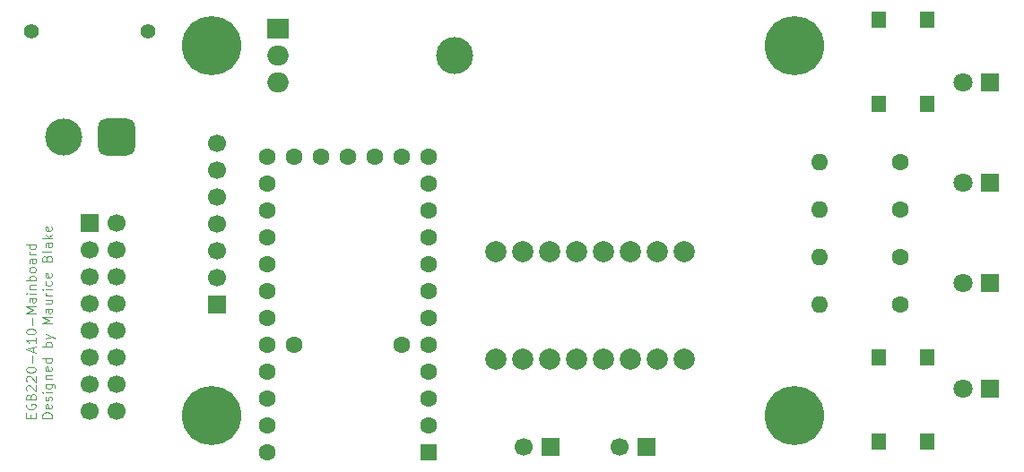
<source format=gbr>
%TF.GenerationSoftware,KiCad,Pcbnew,9.0.1*%
%TF.CreationDate,2025-05-04T20:34:49+10:00*%
%TF.ProjectId,line-follower-mainboard,6c696e65-2d66-46f6-9c6c-6f7765722d6d,rev?*%
%TF.SameCoordinates,Original*%
%TF.FileFunction,Soldermask,Top*%
%TF.FilePolarity,Negative*%
%FSLAX46Y46*%
G04 Gerber Fmt 4.6, Leading zero omitted, Abs format (unit mm)*
G04 Created by KiCad (PCBNEW 9.0.1) date 2025-05-04 20:34:49*
%MOMM*%
%LPD*%
G01*
G04 APERTURE LIST*
G04 Aperture macros list*
%AMRoundRect*
0 Rectangle with rounded corners*
0 $1 Rounding radius*
0 $2 $3 $4 $5 $6 $7 $8 $9 X,Y pos of 4 corners*
0 Add a 4 corners polygon primitive as box body*
4,1,4,$2,$3,$4,$5,$6,$7,$8,$9,$2,$3,0*
0 Add four circle primitives for the rounded corners*
1,1,$1+$1,$2,$3*
1,1,$1+$1,$4,$5*
1,1,$1+$1,$6,$7*
1,1,$1+$1,$8,$9*
0 Add four rect primitives between the rounded corners*
20,1,$1+$1,$2,$3,$4,$5,0*
20,1,$1+$1,$4,$5,$6,$7,0*
20,1,$1+$1,$6,$7,$8,$9,0*
20,1,$1+$1,$8,$9,$2,$3,0*%
G04 Aperture macros list end*
%ADD10C,0.112500*%
%ADD11R,1.600000X1.600000*%
%ADD12C,1.600000*%
%ADD13R,1.400048X1.549908*%
%ADD14R,1.800000X1.800000*%
%ADD15C,1.800000*%
%ADD16C,2.000000*%
%ADD17C,3.600000*%
%ADD18C,5.600000*%
%ADD19R,1.700000X1.700000*%
%ADD20C,1.700000*%
%ADD21O,1.600000X1.600000*%
%ADD22C,1.400000*%
%ADD23RoundRect,0.770000X-0.980000X-0.980000X0.980000X-0.980000X0.980000X0.980000X-0.980000X0.980000X0*%
%ADD24C,3.500000*%
%ADD25R,2.000000X1.905000*%
%ADD26O,2.000000X1.905000*%
G04 APERTURE END LIST*
D10*
X93884007Y-89711701D02*
X92984007Y-89711701D01*
X92984007Y-89711701D02*
X92984007Y-89497415D01*
X92984007Y-89497415D02*
X93026864Y-89368844D01*
X93026864Y-89368844D02*
X93112578Y-89283129D01*
X93112578Y-89283129D02*
X93198292Y-89240272D01*
X93198292Y-89240272D02*
X93369721Y-89197415D01*
X93369721Y-89197415D02*
X93498292Y-89197415D01*
X93498292Y-89197415D02*
X93669721Y-89240272D01*
X93669721Y-89240272D02*
X93755435Y-89283129D01*
X93755435Y-89283129D02*
X93841150Y-89368844D01*
X93841150Y-89368844D02*
X93884007Y-89497415D01*
X93884007Y-89497415D02*
X93884007Y-89711701D01*
X93841150Y-88468844D02*
X93884007Y-88554558D01*
X93884007Y-88554558D02*
X93884007Y-88725987D01*
X93884007Y-88725987D02*
X93841150Y-88811701D01*
X93841150Y-88811701D02*
X93755435Y-88854558D01*
X93755435Y-88854558D02*
X93412578Y-88854558D01*
X93412578Y-88854558D02*
X93326864Y-88811701D01*
X93326864Y-88811701D02*
X93284007Y-88725987D01*
X93284007Y-88725987D02*
X93284007Y-88554558D01*
X93284007Y-88554558D02*
X93326864Y-88468844D01*
X93326864Y-88468844D02*
X93412578Y-88425987D01*
X93412578Y-88425987D02*
X93498292Y-88425987D01*
X93498292Y-88425987D02*
X93584007Y-88854558D01*
X93841150Y-88083129D02*
X93884007Y-87997415D01*
X93884007Y-87997415D02*
X93884007Y-87825986D01*
X93884007Y-87825986D02*
X93841150Y-87740272D01*
X93841150Y-87740272D02*
X93755435Y-87697415D01*
X93755435Y-87697415D02*
X93712578Y-87697415D01*
X93712578Y-87697415D02*
X93626864Y-87740272D01*
X93626864Y-87740272D02*
X93584007Y-87825986D01*
X93584007Y-87825986D02*
X93584007Y-87954558D01*
X93584007Y-87954558D02*
X93541150Y-88040272D01*
X93541150Y-88040272D02*
X93455435Y-88083129D01*
X93455435Y-88083129D02*
X93412578Y-88083129D01*
X93412578Y-88083129D02*
X93326864Y-88040272D01*
X93326864Y-88040272D02*
X93284007Y-87954558D01*
X93284007Y-87954558D02*
X93284007Y-87825986D01*
X93284007Y-87825986D02*
X93326864Y-87740272D01*
X93884007Y-87311701D02*
X93284007Y-87311701D01*
X92984007Y-87311701D02*
X93026864Y-87354558D01*
X93026864Y-87354558D02*
X93069721Y-87311701D01*
X93069721Y-87311701D02*
X93026864Y-87268844D01*
X93026864Y-87268844D02*
X92984007Y-87311701D01*
X92984007Y-87311701D02*
X93069721Y-87311701D01*
X93284007Y-86497416D02*
X94012578Y-86497416D01*
X94012578Y-86497416D02*
X94098292Y-86540273D01*
X94098292Y-86540273D02*
X94141150Y-86583130D01*
X94141150Y-86583130D02*
X94184007Y-86668844D01*
X94184007Y-86668844D02*
X94184007Y-86797416D01*
X94184007Y-86797416D02*
X94141150Y-86883130D01*
X93841150Y-86497416D02*
X93884007Y-86583130D01*
X93884007Y-86583130D02*
X93884007Y-86754558D01*
X93884007Y-86754558D02*
X93841150Y-86840273D01*
X93841150Y-86840273D02*
X93798292Y-86883130D01*
X93798292Y-86883130D02*
X93712578Y-86925987D01*
X93712578Y-86925987D02*
X93455435Y-86925987D01*
X93455435Y-86925987D02*
X93369721Y-86883130D01*
X93369721Y-86883130D02*
X93326864Y-86840273D01*
X93326864Y-86840273D02*
X93284007Y-86754558D01*
X93284007Y-86754558D02*
X93284007Y-86583130D01*
X93284007Y-86583130D02*
X93326864Y-86497416D01*
X93284007Y-86068844D02*
X93884007Y-86068844D01*
X93369721Y-86068844D02*
X93326864Y-86025987D01*
X93326864Y-86025987D02*
X93284007Y-85940272D01*
X93284007Y-85940272D02*
X93284007Y-85811701D01*
X93284007Y-85811701D02*
X93326864Y-85725987D01*
X93326864Y-85725987D02*
X93412578Y-85683130D01*
X93412578Y-85683130D02*
X93884007Y-85683130D01*
X93841150Y-84911701D02*
X93884007Y-84997415D01*
X93884007Y-84997415D02*
X93884007Y-85168844D01*
X93884007Y-85168844D02*
X93841150Y-85254558D01*
X93841150Y-85254558D02*
X93755435Y-85297415D01*
X93755435Y-85297415D02*
X93412578Y-85297415D01*
X93412578Y-85297415D02*
X93326864Y-85254558D01*
X93326864Y-85254558D02*
X93284007Y-85168844D01*
X93284007Y-85168844D02*
X93284007Y-84997415D01*
X93284007Y-84997415D02*
X93326864Y-84911701D01*
X93326864Y-84911701D02*
X93412578Y-84868844D01*
X93412578Y-84868844D02*
X93498292Y-84868844D01*
X93498292Y-84868844D02*
X93584007Y-85297415D01*
X93884007Y-84097415D02*
X92984007Y-84097415D01*
X93841150Y-84097415D02*
X93884007Y-84183129D01*
X93884007Y-84183129D02*
X93884007Y-84354557D01*
X93884007Y-84354557D02*
X93841150Y-84440272D01*
X93841150Y-84440272D02*
X93798292Y-84483129D01*
X93798292Y-84483129D02*
X93712578Y-84525986D01*
X93712578Y-84525986D02*
X93455435Y-84525986D01*
X93455435Y-84525986D02*
X93369721Y-84483129D01*
X93369721Y-84483129D02*
X93326864Y-84440272D01*
X93326864Y-84440272D02*
X93284007Y-84354557D01*
X93284007Y-84354557D02*
X93284007Y-84183129D01*
X93284007Y-84183129D02*
X93326864Y-84097415D01*
X93884007Y-82983129D02*
X92984007Y-82983129D01*
X93326864Y-82983129D02*
X93284007Y-82897415D01*
X93284007Y-82897415D02*
X93284007Y-82725986D01*
X93284007Y-82725986D02*
X93326864Y-82640272D01*
X93326864Y-82640272D02*
X93369721Y-82597415D01*
X93369721Y-82597415D02*
X93455435Y-82554557D01*
X93455435Y-82554557D02*
X93712578Y-82554557D01*
X93712578Y-82554557D02*
X93798292Y-82597415D01*
X93798292Y-82597415D02*
X93841150Y-82640272D01*
X93841150Y-82640272D02*
X93884007Y-82725986D01*
X93884007Y-82725986D02*
X93884007Y-82897415D01*
X93884007Y-82897415D02*
X93841150Y-82983129D01*
X93284007Y-82254557D02*
X93884007Y-82040271D01*
X93284007Y-81825986D02*
X93884007Y-82040271D01*
X93884007Y-82040271D02*
X94098292Y-82125986D01*
X94098292Y-82125986D02*
X94141150Y-82168843D01*
X94141150Y-82168843D02*
X94184007Y-82254557D01*
X93884007Y-80797415D02*
X92984007Y-80797415D01*
X92984007Y-80797415D02*
X93626864Y-80497415D01*
X93626864Y-80497415D02*
X92984007Y-80197415D01*
X92984007Y-80197415D02*
X93884007Y-80197415D01*
X93884007Y-79383130D02*
X93412578Y-79383130D01*
X93412578Y-79383130D02*
X93326864Y-79425987D01*
X93326864Y-79425987D02*
X93284007Y-79511701D01*
X93284007Y-79511701D02*
X93284007Y-79683130D01*
X93284007Y-79683130D02*
X93326864Y-79768844D01*
X93841150Y-79383130D02*
X93884007Y-79468844D01*
X93884007Y-79468844D02*
X93884007Y-79683130D01*
X93884007Y-79683130D02*
X93841150Y-79768844D01*
X93841150Y-79768844D02*
X93755435Y-79811701D01*
X93755435Y-79811701D02*
X93669721Y-79811701D01*
X93669721Y-79811701D02*
X93584007Y-79768844D01*
X93584007Y-79768844D02*
X93541150Y-79683130D01*
X93541150Y-79683130D02*
X93541150Y-79468844D01*
X93541150Y-79468844D02*
X93498292Y-79383130D01*
X93284007Y-78568844D02*
X93884007Y-78568844D01*
X93284007Y-78954558D02*
X93755435Y-78954558D01*
X93755435Y-78954558D02*
X93841150Y-78911701D01*
X93841150Y-78911701D02*
X93884007Y-78825986D01*
X93884007Y-78825986D02*
X93884007Y-78697415D01*
X93884007Y-78697415D02*
X93841150Y-78611701D01*
X93841150Y-78611701D02*
X93798292Y-78568844D01*
X93884007Y-78140272D02*
X93284007Y-78140272D01*
X93455435Y-78140272D02*
X93369721Y-78097415D01*
X93369721Y-78097415D02*
X93326864Y-78054558D01*
X93326864Y-78054558D02*
X93284007Y-77968843D01*
X93284007Y-77968843D02*
X93284007Y-77883129D01*
X93884007Y-77583129D02*
X93284007Y-77583129D01*
X92984007Y-77583129D02*
X93026864Y-77625986D01*
X93026864Y-77625986D02*
X93069721Y-77583129D01*
X93069721Y-77583129D02*
X93026864Y-77540272D01*
X93026864Y-77540272D02*
X92984007Y-77583129D01*
X92984007Y-77583129D02*
X93069721Y-77583129D01*
X93841150Y-76768844D02*
X93884007Y-76854558D01*
X93884007Y-76854558D02*
X93884007Y-77025986D01*
X93884007Y-77025986D02*
X93841150Y-77111701D01*
X93841150Y-77111701D02*
X93798292Y-77154558D01*
X93798292Y-77154558D02*
X93712578Y-77197415D01*
X93712578Y-77197415D02*
X93455435Y-77197415D01*
X93455435Y-77197415D02*
X93369721Y-77154558D01*
X93369721Y-77154558D02*
X93326864Y-77111701D01*
X93326864Y-77111701D02*
X93284007Y-77025986D01*
X93284007Y-77025986D02*
X93284007Y-76854558D01*
X93284007Y-76854558D02*
X93326864Y-76768844D01*
X93841150Y-76040272D02*
X93884007Y-76125986D01*
X93884007Y-76125986D02*
X93884007Y-76297415D01*
X93884007Y-76297415D02*
X93841150Y-76383129D01*
X93841150Y-76383129D02*
X93755435Y-76425986D01*
X93755435Y-76425986D02*
X93412578Y-76425986D01*
X93412578Y-76425986D02*
X93326864Y-76383129D01*
X93326864Y-76383129D02*
X93284007Y-76297415D01*
X93284007Y-76297415D02*
X93284007Y-76125986D01*
X93284007Y-76125986D02*
X93326864Y-76040272D01*
X93326864Y-76040272D02*
X93412578Y-75997415D01*
X93412578Y-75997415D02*
X93498292Y-75997415D01*
X93498292Y-75997415D02*
X93584007Y-76425986D01*
X93412578Y-74625986D02*
X93455435Y-74497414D01*
X93455435Y-74497414D02*
X93498292Y-74454557D01*
X93498292Y-74454557D02*
X93584007Y-74411700D01*
X93584007Y-74411700D02*
X93712578Y-74411700D01*
X93712578Y-74411700D02*
X93798292Y-74454557D01*
X93798292Y-74454557D02*
X93841150Y-74497414D01*
X93841150Y-74497414D02*
X93884007Y-74583129D01*
X93884007Y-74583129D02*
X93884007Y-74925986D01*
X93884007Y-74925986D02*
X92984007Y-74925986D01*
X92984007Y-74925986D02*
X92984007Y-74625986D01*
X92984007Y-74625986D02*
X93026864Y-74540272D01*
X93026864Y-74540272D02*
X93069721Y-74497414D01*
X93069721Y-74497414D02*
X93155435Y-74454557D01*
X93155435Y-74454557D02*
X93241150Y-74454557D01*
X93241150Y-74454557D02*
X93326864Y-74497414D01*
X93326864Y-74497414D02*
X93369721Y-74540272D01*
X93369721Y-74540272D02*
X93412578Y-74625986D01*
X93412578Y-74625986D02*
X93412578Y-74925986D01*
X93884007Y-73897414D02*
X93841150Y-73983129D01*
X93841150Y-73983129D02*
X93755435Y-74025986D01*
X93755435Y-74025986D02*
X92984007Y-74025986D01*
X93884007Y-73168843D02*
X93412578Y-73168843D01*
X93412578Y-73168843D02*
X93326864Y-73211700D01*
X93326864Y-73211700D02*
X93284007Y-73297414D01*
X93284007Y-73297414D02*
X93284007Y-73468843D01*
X93284007Y-73468843D02*
X93326864Y-73554557D01*
X93841150Y-73168843D02*
X93884007Y-73254557D01*
X93884007Y-73254557D02*
X93884007Y-73468843D01*
X93884007Y-73468843D02*
X93841150Y-73554557D01*
X93841150Y-73554557D02*
X93755435Y-73597414D01*
X93755435Y-73597414D02*
X93669721Y-73597414D01*
X93669721Y-73597414D02*
X93584007Y-73554557D01*
X93584007Y-73554557D02*
X93541150Y-73468843D01*
X93541150Y-73468843D02*
X93541150Y-73254557D01*
X93541150Y-73254557D02*
X93498292Y-73168843D01*
X93884007Y-72740271D02*
X92984007Y-72740271D01*
X93541150Y-72654557D02*
X93884007Y-72397414D01*
X93284007Y-72397414D02*
X93626864Y-72740271D01*
X93841150Y-71668843D02*
X93884007Y-71754557D01*
X93884007Y-71754557D02*
X93884007Y-71925986D01*
X93884007Y-71925986D02*
X93841150Y-72011700D01*
X93841150Y-72011700D02*
X93755435Y-72054557D01*
X93755435Y-72054557D02*
X93412578Y-72054557D01*
X93412578Y-72054557D02*
X93326864Y-72011700D01*
X93326864Y-72011700D02*
X93284007Y-71925986D01*
X93284007Y-71925986D02*
X93284007Y-71754557D01*
X93284007Y-71754557D02*
X93326864Y-71668843D01*
X93326864Y-71668843D02*
X93412578Y-71625986D01*
X93412578Y-71625986D02*
X93498292Y-71625986D01*
X93498292Y-71625986D02*
X93584007Y-72054557D01*
X91912578Y-89711701D02*
X91912578Y-89411701D01*
X92384007Y-89283129D02*
X92384007Y-89711701D01*
X92384007Y-89711701D02*
X91484007Y-89711701D01*
X91484007Y-89711701D02*
X91484007Y-89283129D01*
X91526864Y-88425986D02*
X91484007Y-88511701D01*
X91484007Y-88511701D02*
X91484007Y-88640272D01*
X91484007Y-88640272D02*
X91526864Y-88768843D01*
X91526864Y-88768843D02*
X91612578Y-88854558D01*
X91612578Y-88854558D02*
X91698292Y-88897415D01*
X91698292Y-88897415D02*
X91869721Y-88940272D01*
X91869721Y-88940272D02*
X91998292Y-88940272D01*
X91998292Y-88940272D02*
X92169721Y-88897415D01*
X92169721Y-88897415D02*
X92255435Y-88854558D01*
X92255435Y-88854558D02*
X92341150Y-88768843D01*
X92341150Y-88768843D02*
X92384007Y-88640272D01*
X92384007Y-88640272D02*
X92384007Y-88554558D01*
X92384007Y-88554558D02*
X92341150Y-88425986D01*
X92341150Y-88425986D02*
X92298292Y-88383129D01*
X92298292Y-88383129D02*
X91998292Y-88383129D01*
X91998292Y-88383129D02*
X91998292Y-88554558D01*
X91912578Y-87697415D02*
X91955435Y-87568843D01*
X91955435Y-87568843D02*
X91998292Y-87525986D01*
X91998292Y-87525986D02*
X92084007Y-87483129D01*
X92084007Y-87483129D02*
X92212578Y-87483129D01*
X92212578Y-87483129D02*
X92298292Y-87525986D01*
X92298292Y-87525986D02*
X92341150Y-87568843D01*
X92341150Y-87568843D02*
X92384007Y-87654558D01*
X92384007Y-87654558D02*
X92384007Y-87997415D01*
X92384007Y-87997415D02*
X91484007Y-87997415D01*
X91484007Y-87997415D02*
X91484007Y-87697415D01*
X91484007Y-87697415D02*
X91526864Y-87611701D01*
X91526864Y-87611701D02*
X91569721Y-87568843D01*
X91569721Y-87568843D02*
X91655435Y-87525986D01*
X91655435Y-87525986D02*
X91741150Y-87525986D01*
X91741150Y-87525986D02*
X91826864Y-87568843D01*
X91826864Y-87568843D02*
X91869721Y-87611701D01*
X91869721Y-87611701D02*
X91912578Y-87697415D01*
X91912578Y-87697415D02*
X91912578Y-87997415D01*
X91569721Y-87140272D02*
X91526864Y-87097415D01*
X91526864Y-87097415D02*
X91484007Y-87011701D01*
X91484007Y-87011701D02*
X91484007Y-86797415D01*
X91484007Y-86797415D02*
X91526864Y-86711701D01*
X91526864Y-86711701D02*
X91569721Y-86668843D01*
X91569721Y-86668843D02*
X91655435Y-86625986D01*
X91655435Y-86625986D02*
X91741150Y-86625986D01*
X91741150Y-86625986D02*
X91869721Y-86668843D01*
X91869721Y-86668843D02*
X92384007Y-87183129D01*
X92384007Y-87183129D02*
X92384007Y-86625986D01*
X91569721Y-86283129D02*
X91526864Y-86240272D01*
X91526864Y-86240272D02*
X91484007Y-86154558D01*
X91484007Y-86154558D02*
X91484007Y-85940272D01*
X91484007Y-85940272D02*
X91526864Y-85854558D01*
X91526864Y-85854558D02*
X91569721Y-85811700D01*
X91569721Y-85811700D02*
X91655435Y-85768843D01*
X91655435Y-85768843D02*
X91741150Y-85768843D01*
X91741150Y-85768843D02*
X91869721Y-85811700D01*
X91869721Y-85811700D02*
X92384007Y-86325986D01*
X92384007Y-86325986D02*
X92384007Y-85768843D01*
X91484007Y-85211700D02*
X91484007Y-85125986D01*
X91484007Y-85125986D02*
X91526864Y-85040272D01*
X91526864Y-85040272D02*
X91569721Y-84997415D01*
X91569721Y-84997415D02*
X91655435Y-84954557D01*
X91655435Y-84954557D02*
X91826864Y-84911700D01*
X91826864Y-84911700D02*
X92041150Y-84911700D01*
X92041150Y-84911700D02*
X92212578Y-84954557D01*
X92212578Y-84954557D02*
X92298292Y-84997415D01*
X92298292Y-84997415D02*
X92341150Y-85040272D01*
X92341150Y-85040272D02*
X92384007Y-85125986D01*
X92384007Y-85125986D02*
X92384007Y-85211700D01*
X92384007Y-85211700D02*
X92341150Y-85297415D01*
X92341150Y-85297415D02*
X92298292Y-85340272D01*
X92298292Y-85340272D02*
X92212578Y-85383129D01*
X92212578Y-85383129D02*
X92041150Y-85425986D01*
X92041150Y-85425986D02*
X91826864Y-85425986D01*
X91826864Y-85425986D02*
X91655435Y-85383129D01*
X91655435Y-85383129D02*
X91569721Y-85340272D01*
X91569721Y-85340272D02*
X91526864Y-85297415D01*
X91526864Y-85297415D02*
X91484007Y-85211700D01*
X92041150Y-84525986D02*
X92041150Y-83840272D01*
X92126864Y-83454557D02*
X92126864Y-83025986D01*
X92384007Y-83540271D02*
X91484007Y-83240271D01*
X91484007Y-83240271D02*
X92384007Y-82940271D01*
X92384007Y-82168842D02*
X92384007Y-82683128D01*
X92384007Y-82425985D02*
X91484007Y-82425985D01*
X91484007Y-82425985D02*
X91612578Y-82511699D01*
X91612578Y-82511699D02*
X91698292Y-82597414D01*
X91698292Y-82597414D02*
X91741150Y-82683128D01*
X91484007Y-81611699D02*
X91484007Y-81525985D01*
X91484007Y-81525985D02*
X91526864Y-81440271D01*
X91526864Y-81440271D02*
X91569721Y-81397414D01*
X91569721Y-81397414D02*
X91655435Y-81354556D01*
X91655435Y-81354556D02*
X91826864Y-81311699D01*
X91826864Y-81311699D02*
X92041150Y-81311699D01*
X92041150Y-81311699D02*
X92212578Y-81354556D01*
X92212578Y-81354556D02*
X92298292Y-81397414D01*
X92298292Y-81397414D02*
X92341150Y-81440271D01*
X92341150Y-81440271D02*
X92384007Y-81525985D01*
X92384007Y-81525985D02*
X92384007Y-81611699D01*
X92384007Y-81611699D02*
X92341150Y-81697414D01*
X92341150Y-81697414D02*
X92298292Y-81740271D01*
X92298292Y-81740271D02*
X92212578Y-81783128D01*
X92212578Y-81783128D02*
X92041150Y-81825985D01*
X92041150Y-81825985D02*
X91826864Y-81825985D01*
X91826864Y-81825985D02*
X91655435Y-81783128D01*
X91655435Y-81783128D02*
X91569721Y-81740271D01*
X91569721Y-81740271D02*
X91526864Y-81697414D01*
X91526864Y-81697414D02*
X91484007Y-81611699D01*
X92041150Y-80925985D02*
X92041150Y-80240271D01*
X92384007Y-79811699D02*
X91484007Y-79811699D01*
X91484007Y-79811699D02*
X92126864Y-79511699D01*
X92126864Y-79511699D02*
X91484007Y-79211699D01*
X91484007Y-79211699D02*
X92384007Y-79211699D01*
X92384007Y-78397414D02*
X91912578Y-78397414D01*
X91912578Y-78397414D02*
X91826864Y-78440271D01*
X91826864Y-78440271D02*
X91784007Y-78525985D01*
X91784007Y-78525985D02*
X91784007Y-78697414D01*
X91784007Y-78697414D02*
X91826864Y-78783128D01*
X92341150Y-78397414D02*
X92384007Y-78483128D01*
X92384007Y-78483128D02*
X92384007Y-78697414D01*
X92384007Y-78697414D02*
X92341150Y-78783128D01*
X92341150Y-78783128D02*
X92255435Y-78825985D01*
X92255435Y-78825985D02*
X92169721Y-78825985D01*
X92169721Y-78825985D02*
X92084007Y-78783128D01*
X92084007Y-78783128D02*
X92041150Y-78697414D01*
X92041150Y-78697414D02*
X92041150Y-78483128D01*
X92041150Y-78483128D02*
X91998292Y-78397414D01*
X92384007Y-77968842D02*
X91784007Y-77968842D01*
X91484007Y-77968842D02*
X91526864Y-78011699D01*
X91526864Y-78011699D02*
X91569721Y-77968842D01*
X91569721Y-77968842D02*
X91526864Y-77925985D01*
X91526864Y-77925985D02*
X91484007Y-77968842D01*
X91484007Y-77968842D02*
X91569721Y-77968842D01*
X91784007Y-77540271D02*
X92384007Y-77540271D01*
X91869721Y-77540271D02*
X91826864Y-77497414D01*
X91826864Y-77497414D02*
X91784007Y-77411699D01*
X91784007Y-77411699D02*
X91784007Y-77283128D01*
X91784007Y-77283128D02*
X91826864Y-77197414D01*
X91826864Y-77197414D02*
X91912578Y-77154557D01*
X91912578Y-77154557D02*
X92384007Y-77154557D01*
X92384007Y-76725985D02*
X91484007Y-76725985D01*
X91826864Y-76725985D02*
X91784007Y-76640271D01*
X91784007Y-76640271D02*
X91784007Y-76468842D01*
X91784007Y-76468842D02*
X91826864Y-76383128D01*
X91826864Y-76383128D02*
X91869721Y-76340271D01*
X91869721Y-76340271D02*
X91955435Y-76297413D01*
X91955435Y-76297413D02*
X92212578Y-76297413D01*
X92212578Y-76297413D02*
X92298292Y-76340271D01*
X92298292Y-76340271D02*
X92341150Y-76383128D01*
X92341150Y-76383128D02*
X92384007Y-76468842D01*
X92384007Y-76468842D02*
X92384007Y-76640271D01*
X92384007Y-76640271D02*
X92341150Y-76725985D01*
X92384007Y-75783127D02*
X92341150Y-75868842D01*
X92341150Y-75868842D02*
X92298292Y-75911699D01*
X92298292Y-75911699D02*
X92212578Y-75954556D01*
X92212578Y-75954556D02*
X91955435Y-75954556D01*
X91955435Y-75954556D02*
X91869721Y-75911699D01*
X91869721Y-75911699D02*
X91826864Y-75868842D01*
X91826864Y-75868842D02*
X91784007Y-75783127D01*
X91784007Y-75783127D02*
X91784007Y-75654556D01*
X91784007Y-75654556D02*
X91826864Y-75568842D01*
X91826864Y-75568842D02*
X91869721Y-75525985D01*
X91869721Y-75525985D02*
X91955435Y-75483127D01*
X91955435Y-75483127D02*
X92212578Y-75483127D01*
X92212578Y-75483127D02*
X92298292Y-75525985D01*
X92298292Y-75525985D02*
X92341150Y-75568842D01*
X92341150Y-75568842D02*
X92384007Y-75654556D01*
X92384007Y-75654556D02*
X92384007Y-75783127D01*
X92384007Y-74711699D02*
X91912578Y-74711699D01*
X91912578Y-74711699D02*
X91826864Y-74754556D01*
X91826864Y-74754556D02*
X91784007Y-74840270D01*
X91784007Y-74840270D02*
X91784007Y-75011699D01*
X91784007Y-75011699D02*
X91826864Y-75097413D01*
X92341150Y-74711699D02*
X92384007Y-74797413D01*
X92384007Y-74797413D02*
X92384007Y-75011699D01*
X92384007Y-75011699D02*
X92341150Y-75097413D01*
X92341150Y-75097413D02*
X92255435Y-75140270D01*
X92255435Y-75140270D02*
X92169721Y-75140270D01*
X92169721Y-75140270D02*
X92084007Y-75097413D01*
X92084007Y-75097413D02*
X92041150Y-75011699D01*
X92041150Y-75011699D02*
X92041150Y-74797413D01*
X92041150Y-74797413D02*
X91998292Y-74711699D01*
X92384007Y-74283127D02*
X91784007Y-74283127D01*
X91955435Y-74283127D02*
X91869721Y-74240270D01*
X91869721Y-74240270D02*
X91826864Y-74197413D01*
X91826864Y-74197413D02*
X91784007Y-74111698D01*
X91784007Y-74111698D02*
X91784007Y-74025984D01*
X92384007Y-73340270D02*
X91484007Y-73340270D01*
X92341150Y-73340270D02*
X92384007Y-73425984D01*
X92384007Y-73425984D02*
X92384007Y-73597412D01*
X92384007Y-73597412D02*
X92341150Y-73683127D01*
X92341150Y-73683127D02*
X92298292Y-73725984D01*
X92298292Y-73725984D02*
X92212578Y-73768841D01*
X92212578Y-73768841D02*
X91955435Y-73768841D01*
X91955435Y-73768841D02*
X91869721Y-73725984D01*
X91869721Y-73725984D02*
X91826864Y-73683127D01*
X91826864Y-73683127D02*
X91784007Y-73597412D01*
X91784007Y-73597412D02*
X91784007Y-73425984D01*
X91784007Y-73425984D02*
X91826864Y-73340270D01*
D11*
%TO.C,U3*%
X129500000Y-92970000D03*
D12*
X129500000Y-90430000D03*
X129500000Y-87890000D03*
X129500000Y-85350000D03*
X129500000Y-82810000D03*
X129500000Y-80270000D03*
X129500000Y-77730000D03*
X129500000Y-75190000D03*
X129500000Y-72650000D03*
X129500000Y-70110000D03*
X129500000Y-67570000D03*
X129500000Y-65030000D03*
X126960000Y-65030000D03*
X124420000Y-65030000D03*
X121880000Y-65030000D03*
X119340000Y-65030000D03*
X116800000Y-65030000D03*
X114260000Y-65030000D03*
X114260000Y-67570000D03*
X114260000Y-70110000D03*
X114260000Y-72650000D03*
X114260000Y-75190000D03*
X114260000Y-77730000D03*
X114260000Y-80270000D03*
X114260000Y-82810000D03*
X114260000Y-85350000D03*
X114260000Y-87890000D03*
X114260000Y-90430000D03*
X114260000Y-92970000D03*
X126960000Y-82810000D03*
X116800000Y-82810000D03*
%TD*%
D13*
%TO.C,SW2*%
X171999998Y-60000000D03*
X176500000Y-60000000D03*
X171999998Y-52050004D03*
X176500000Y-52050004D03*
%TD*%
%TO.C,SW1*%
X171999998Y-91949996D03*
X176500000Y-91949996D03*
X171999998Y-84000000D03*
X176500000Y-84000000D03*
%TD*%
D14*
%TO.C,D2*%
X182500000Y-77000000D03*
D15*
X179960000Y-77000000D03*
%TD*%
D16*
%TO.C,U4*%
X153580000Y-74000000D03*
X151040000Y-74000000D03*
X148500000Y-74000000D03*
X145960000Y-74000000D03*
X143420000Y-74000000D03*
X140880000Y-74000000D03*
X138340000Y-74000000D03*
X135800000Y-74000000D03*
X153580000Y-84160000D03*
X151040000Y-84160000D03*
X148500000Y-84160000D03*
X145960000Y-84160000D03*
X143420000Y-84160000D03*
X140880000Y-84160000D03*
X138340000Y-84160000D03*
X135800000Y-84160000D03*
%TD*%
D17*
%TO.C,H3*%
X109000000Y-89500000D03*
D18*
X109000000Y-89500000D03*
%TD*%
D19*
%TO.C,J4*%
X150040000Y-92500000D03*
D20*
X147500000Y-92500000D03*
%TD*%
D12*
%TO.C,R4*%
X173960000Y-65500000D03*
D21*
X166340000Y-65500000D03*
%TD*%
D17*
%TO.C,H2*%
X164000000Y-54500000D03*
D18*
X164000000Y-54500000D03*
%TD*%
D19*
%TO.C,J3*%
X109500000Y-79040000D03*
D20*
X109500000Y-76500000D03*
X109500000Y-73960000D03*
X109500000Y-71420000D03*
X109500000Y-68880000D03*
X109500000Y-66340000D03*
X109500000Y-63800000D03*
%TD*%
D14*
%TO.C,D1*%
X182500000Y-87000000D03*
D15*
X179960000Y-87000000D03*
%TD*%
D17*
%TO.C,H4*%
X164000000Y-89500000D03*
D18*
X164000000Y-89500000D03*
%TD*%
D14*
%TO.C,D4*%
X182500000Y-58000000D03*
D15*
X179960000Y-58000000D03*
%TD*%
D19*
%TO.C,J2*%
X97460000Y-71260000D03*
D20*
X100000000Y-71260000D03*
X97460000Y-73800000D03*
X100000000Y-73800000D03*
X97460000Y-76340000D03*
X100000000Y-76340000D03*
X97460000Y-78880000D03*
X100000000Y-78880000D03*
X97460000Y-81420000D03*
X100000000Y-81420000D03*
X97460000Y-83960000D03*
X100000000Y-83960000D03*
X97460000Y-86500000D03*
X100000000Y-86500000D03*
X97460000Y-89040000D03*
X100000000Y-89040000D03*
%TD*%
D12*
%TO.C,R2*%
X174000000Y-74500000D03*
D21*
X166380000Y-74500000D03*
%TD*%
D22*
%TO.C,J1*%
X92000000Y-53175000D03*
X103000000Y-53175000D03*
D23*
X100000000Y-63175000D03*
D24*
X95000000Y-63175000D03*
%TD*%
%TO.C,U1*%
X131930000Y-55500000D03*
D25*
X115270000Y-52960000D03*
D26*
X115270000Y-55500000D03*
X115270000Y-58040000D03*
%TD*%
D14*
%TO.C,D3*%
X182500000Y-67500000D03*
D15*
X179960000Y-67500000D03*
%TD*%
D17*
%TO.C,H1*%
X109000000Y-54500000D03*
D18*
X109000000Y-54500000D03*
%TD*%
D12*
%TO.C,R3*%
X174000000Y-70000000D03*
D21*
X166380000Y-70000000D03*
%TD*%
D12*
%TO.C,R1*%
X174000000Y-79000000D03*
D21*
X166380000Y-79000000D03*
%TD*%
D19*
%TO.C,J5*%
X141000000Y-92500000D03*
D20*
X138460000Y-92500000D03*
%TD*%
M02*

</source>
